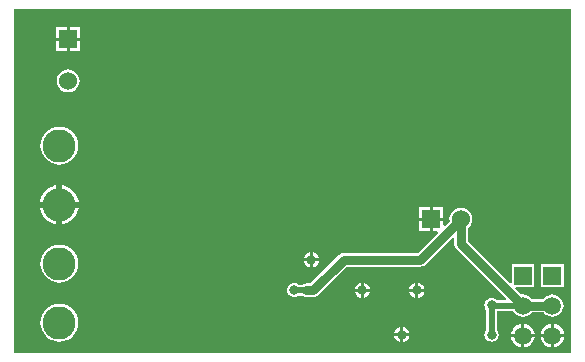
<source format=gbl>
G04*
G04 #@! TF.GenerationSoftware,Altium Limited,Altium Designer,21.8.1 (53)*
G04*
G04 Layer_Physical_Order=2*
G04 Layer_Color=16711680*
%FSLAX44Y44*%
%MOMM*%
G71*
G04*
G04 #@! TF.SameCoordinates,89A26796-2BA6-48C1-BC3F-9F2CA1C84395*
G04*
G04*
G04 #@! TF.FilePolarity,Positive*
G04*
G01*
G75*
%ADD35C,1.5000*%
%ADD45C,0.5000*%
%ADD46R,1.5000X1.5000*%
%ADD47R,1.5240X1.5240*%
%ADD48C,1.5240*%
%ADD49R,1.5240X1.5240*%
%ADD50C,2.8000*%
%ADD51C,0.7500*%
%ADD52C,0.8000*%
%ADD53C,0.7500*%
G36*
X475922Y4078D02*
X4078D01*
Y295922D01*
X475922D01*
Y4078D01*
D02*
G37*
%LPC*%
G36*
X60120Y280120D02*
X51250D01*
Y271250D01*
X60120D01*
Y280120D01*
D02*
G37*
G36*
X48750D02*
X39880D01*
Y271250D01*
X48750D01*
Y280120D01*
D02*
G37*
G36*
X60120Y268750D02*
X51250D01*
Y259880D01*
X60120D01*
Y268750D01*
D02*
G37*
G36*
X48750D02*
X39880D01*
Y259880D01*
X48750D01*
Y268750D01*
D02*
G37*
G36*
X50000Y244703D02*
X47488Y244372D01*
X45148Y243403D01*
X43139Y241861D01*
X41597Y239851D01*
X40627Y237511D01*
X40297Y235000D01*
X40627Y232488D01*
X41597Y230148D01*
X43139Y228139D01*
X45148Y226597D01*
X47488Y225627D01*
X50000Y225297D01*
X52511Y225627D01*
X54851Y226597D01*
X56861Y228139D01*
X58403Y230148D01*
X59372Y232488D01*
X59703Y235000D01*
X59372Y237511D01*
X58403Y239851D01*
X56861Y241861D01*
X54851Y243403D01*
X52511Y244372D01*
X50000Y244703D01*
D02*
G37*
G36*
X42500Y196077D02*
X39364Y195769D01*
X36347Y194854D01*
X33568Y193368D01*
X31132Y191369D01*
X29132Y188932D01*
X27647Y186153D01*
X26732Y183137D01*
X26423Y180000D01*
X26732Y176863D01*
X27647Y173847D01*
X29132Y171068D01*
X31132Y168631D01*
X33568Y166632D01*
X36347Y165146D01*
X39364Y164231D01*
X42500Y163923D01*
X45637Y164231D01*
X48653Y165146D01*
X51432Y166632D01*
X53868Y168631D01*
X55868Y171068D01*
X57354Y173847D01*
X58268Y176863D01*
X58577Y180000D01*
X58268Y183137D01*
X57354Y186153D01*
X55868Y188932D01*
X53868Y191369D01*
X51432Y193368D01*
X48653Y194854D01*
X45637Y195769D01*
X42500Y196077D01*
D02*
G37*
G36*
X45000Y146334D02*
Y132500D01*
X58834D01*
X58761Y133235D01*
X57818Y136345D01*
X56286Y139211D01*
X54224Y141724D01*
X51711Y143786D01*
X48845Y145318D01*
X45735Y146261D01*
X45000Y146334D01*
D02*
G37*
G36*
X40000D02*
X39265Y146261D01*
X36155Y145318D01*
X33289Y143786D01*
X30776Y141724D01*
X28714Y139211D01*
X27182Y136345D01*
X26239Y133235D01*
X26166Y132500D01*
X40000D01*
Y146334D01*
D02*
G37*
G36*
X367620Y127620D02*
X358750D01*
Y118750D01*
X367620D01*
Y127620D01*
D02*
G37*
G36*
X356250D02*
X347380D01*
Y118750D01*
X356250D01*
Y127620D01*
D02*
G37*
G36*
X58834Y127500D02*
X45000D01*
Y113666D01*
X45735Y113739D01*
X48845Y114682D01*
X51711Y116215D01*
X54224Y118276D01*
X56286Y120789D01*
X57818Y123655D01*
X58761Y126765D01*
X58834Y127500D01*
D02*
G37*
G36*
X40000D02*
X26166D01*
X26239Y126765D01*
X27182Y123655D01*
X28714Y120789D01*
X30776Y118276D01*
X33289Y116215D01*
X36155Y114682D01*
X39265Y113739D01*
X40000Y113666D01*
Y127500D01*
D02*
G37*
G36*
X382500Y127203D02*
X379989Y126873D01*
X377649Y125903D01*
X375639Y124361D01*
X374097Y122352D01*
X373128Y120012D01*
X372797Y117500D01*
X372972Y116174D01*
X368775Y111977D01*
X367620Y112455D01*
Y116250D01*
X358750D01*
Y107380D01*
X362545D01*
X363023Y106225D01*
X345832Y89034D01*
X283235D01*
X281734Y88837D01*
X280335Y88257D01*
X279134Y87336D01*
X255098Y63299D01*
X251654D01*
X250153Y63102D01*
X248755Y62523D01*
X248188Y62088D01*
X245376D01*
X244526Y62741D01*
X243066Y63345D01*
X241500Y63552D01*
X239933Y63345D01*
X238474Y62741D01*
X237221Y61779D01*
X236259Y60526D01*
X235654Y59066D01*
X235448Y57500D01*
X235654Y55934D01*
X236259Y54474D01*
X237221Y53221D01*
X238474Y52259D01*
X239933Y51654D01*
X241500Y51448D01*
X243066Y51654D01*
X244526Y52259D01*
X245376Y52912D01*
X248188D01*
X248755Y52477D01*
X250153Y51898D01*
X251654Y51700D01*
X257500D01*
X259001Y51898D01*
X260400Y52477D01*
X261601Y53399D01*
X285637Y77435D01*
X348235D01*
X349736Y77633D01*
X351134Y78212D01*
X352336Y79134D01*
X375546Y102344D01*
X376701Y101866D01*
Y97100D01*
X376898Y95599D01*
X377477Y94200D01*
X378399Y92999D01*
X421055Y50343D01*
X420577Y49188D01*
X412816D01*
X412746Y49279D01*
X411493Y50241D01*
X410033Y50846D01*
X408467Y51052D01*
X406900Y50846D01*
X405441Y50241D01*
X404187Y49279D01*
X403226Y48026D01*
X402621Y46566D01*
X402415Y45000D01*
X402621Y43434D01*
X403226Y41974D01*
X403879Y41123D01*
Y23877D01*
X403226Y23026D01*
X402621Y21566D01*
X402415Y20000D01*
X402621Y18434D01*
X403226Y16974D01*
X404187Y15721D01*
X405441Y14759D01*
X406900Y14154D01*
X408467Y13948D01*
X410033Y14154D01*
X411493Y14759D01*
X412746Y15721D01*
X413708Y16974D01*
X414312Y18434D01*
X414518Y20000D01*
X414312Y21566D01*
X413708Y23026D01*
X413055Y23877D01*
Y40012D01*
X426618D01*
X426702Y39809D01*
X428225Y37825D01*
X430209Y36302D01*
X432520Y35345D01*
X435000Y35018D01*
X437480Y35345D01*
X439791Y36302D01*
X441776Y37825D01*
X442524Y38800D01*
X452476D01*
X453225Y37825D01*
X455209Y36302D01*
X457520Y35345D01*
X460000Y35018D01*
X462480Y35345D01*
X464791Y36302D01*
X466776Y37825D01*
X468298Y39809D01*
X469256Y42120D01*
X469582Y44600D01*
X469256Y47080D01*
X468298Y49391D01*
X466776Y51375D01*
X464791Y52898D01*
X462480Y53856D01*
X460000Y54182D01*
X457520Y53856D01*
X455209Y52898D01*
X453225Y51375D01*
X452476Y50400D01*
X442524D01*
X441776Y51375D01*
X439791Y52898D01*
X437480Y53856D01*
X435000Y54182D01*
X433781Y54021D01*
X428457Y59345D01*
X428935Y60500D01*
X444500D01*
Y79500D01*
X425500D01*
Y63935D01*
X424345Y63457D01*
X388300Y99502D01*
Y109825D01*
X389361Y110639D01*
X390903Y112649D01*
X391872Y114989D01*
X392203Y117500D01*
X391872Y120012D01*
X390903Y122352D01*
X389361Y124361D01*
X387352Y125903D01*
X385011Y126873D01*
X382500Y127203D01*
D02*
G37*
G36*
X356250Y116250D02*
X347380D01*
Y107380D01*
X356250D01*
Y116250D01*
D02*
G37*
G36*
X257250Y89626D02*
Y84485D01*
X262392D01*
X262333Y84932D01*
X261678Y86513D01*
X260636Y87871D01*
X259278Y88912D01*
X257697Y89567D01*
X257250Y89626D01*
D02*
G37*
G36*
X254750D02*
X254303Y89567D01*
X252722Y88912D01*
X251364Y87871D01*
X250322Y86513D01*
X249667Y84932D01*
X249609Y84485D01*
X254750D01*
Y89626D01*
D02*
G37*
G36*
X262392Y81985D02*
X257250D01*
Y76843D01*
X257697Y76902D01*
X259278Y77557D01*
X260636Y78599D01*
X261678Y79957D01*
X262333Y81538D01*
X262392Y81985D01*
D02*
G37*
G36*
X254750D02*
X249609D01*
X249667Y81538D01*
X250322Y79957D01*
X251364Y78599D01*
X252722Y77557D01*
X254303Y76902D01*
X254750Y76843D01*
Y81985D01*
D02*
G37*
G36*
X42500Y96078D02*
X39364Y95769D01*
X36347Y94854D01*
X33568Y93368D01*
X31132Y91369D01*
X29132Y88932D01*
X27647Y86153D01*
X26732Y83137D01*
X26423Y80000D01*
X26732Y76864D01*
X27647Y73848D01*
X29132Y71068D01*
X31132Y68632D01*
X33568Y66632D01*
X36347Y65147D01*
X39364Y64232D01*
X42500Y63923D01*
X45637Y64232D01*
X48653Y65147D01*
X51432Y66632D01*
X53868Y68632D01*
X55868Y71068D01*
X57354Y73848D01*
X58268Y76864D01*
X58577Y80000D01*
X58268Y83137D01*
X57354Y86153D01*
X55868Y88932D01*
X53868Y91369D01*
X51432Y93368D01*
X48653Y94854D01*
X45637Y95769D01*
X42500Y96078D01*
D02*
G37*
G36*
X469500Y79500D02*
X450500D01*
Y60500D01*
X469500D01*
Y79500D01*
D02*
G37*
G36*
X346500Y63891D02*
Y58750D01*
X351642D01*
X351583Y59197D01*
X350928Y60778D01*
X349886Y62136D01*
X348528Y63178D01*
X346947Y63833D01*
X346500Y63891D01*
D02*
G37*
G36*
X344000D02*
X343553Y63833D01*
X341972Y63178D01*
X340614Y62136D01*
X339572Y60778D01*
X338918Y59197D01*
X338859Y58750D01*
X344000D01*
Y63891D01*
D02*
G37*
G36*
X300250D02*
Y58750D01*
X305392D01*
X305333Y59197D01*
X304678Y60778D01*
X303636Y62136D01*
X302278Y63178D01*
X300697Y63833D01*
X300250Y63891D01*
D02*
G37*
G36*
X297750D02*
X297304Y63833D01*
X295722Y63178D01*
X294364Y62136D01*
X293323Y60778D01*
X292668Y59197D01*
X292609Y58750D01*
X297750D01*
Y63891D01*
D02*
G37*
G36*
X351642Y56250D02*
X346500D01*
Y51108D01*
X346947Y51167D01*
X348528Y51822D01*
X349886Y52864D01*
X350928Y54222D01*
X351583Y55803D01*
X351642Y56250D01*
D02*
G37*
G36*
X344000D02*
X338859D01*
X338918Y55803D01*
X339572Y54222D01*
X340614Y52864D01*
X341972Y51822D01*
X343553Y51167D01*
X344000Y51108D01*
Y56250D01*
D02*
G37*
G36*
X305392D02*
X300250D01*
Y51108D01*
X300697Y51167D01*
X302278Y51822D01*
X303636Y52864D01*
X304678Y54222D01*
X305333Y55803D01*
X305392Y56250D01*
D02*
G37*
G36*
X297750D02*
X292609D01*
X292668Y55803D01*
X293323Y54222D01*
X294364Y52864D01*
X295722Y51822D01*
X297304Y51167D01*
X297750Y51108D01*
Y56250D01*
D02*
G37*
G36*
X333750Y26392D02*
Y21250D01*
X338891D01*
X338833Y21697D01*
X338178Y23278D01*
X337136Y24636D01*
X335778Y25678D01*
X334197Y26333D01*
X333750Y26392D01*
D02*
G37*
G36*
X331250D02*
X330803Y26333D01*
X329222Y25678D01*
X327864Y24636D01*
X326822Y23278D01*
X326167Y21697D01*
X326109Y21250D01*
X331250D01*
Y26392D01*
D02*
G37*
G36*
X461250Y29122D02*
Y20450D01*
X469922D01*
X469743Y21811D01*
X468735Y24243D01*
X467132Y26332D01*
X465043Y27935D01*
X462611Y28943D01*
X461250Y29122D01*
D02*
G37*
G36*
X436250D02*
Y20450D01*
X444922D01*
X444743Y21811D01*
X443735Y24243D01*
X442132Y26332D01*
X440043Y27935D01*
X437611Y28943D01*
X436250Y29122D01*
D02*
G37*
G36*
X433750D02*
X432390Y28943D01*
X429957Y27935D01*
X427868Y26332D01*
X426265Y24243D01*
X425258Y21811D01*
X425078Y20450D01*
X433750D01*
Y29122D01*
D02*
G37*
G36*
X458750D02*
X457390Y28943D01*
X454957Y27935D01*
X452868Y26332D01*
X451265Y24243D01*
X450258Y21811D01*
X450078Y20450D01*
X458750D01*
Y29122D01*
D02*
G37*
G36*
X42500Y46077D02*
X39364Y45768D01*
X36347Y44853D01*
X33568Y43368D01*
X31132Y41368D01*
X29132Y38932D01*
X27647Y36152D01*
X26732Y33136D01*
X26423Y30000D01*
X26732Y26863D01*
X27647Y23847D01*
X29132Y21068D01*
X31132Y18631D01*
X33568Y16632D01*
X36347Y15146D01*
X39364Y14231D01*
X42500Y13922D01*
X45637Y14231D01*
X48653Y15146D01*
X51432Y16632D01*
X53868Y18631D01*
X55868Y21068D01*
X57354Y23847D01*
X58268Y26863D01*
X58577Y30000D01*
X58268Y33136D01*
X57354Y36152D01*
X55868Y38932D01*
X53868Y41368D01*
X51432Y43368D01*
X48653Y44853D01*
X45637Y45768D01*
X42500Y46077D01*
D02*
G37*
G36*
X338891Y18750D02*
X333750D01*
Y13609D01*
X334197Y13667D01*
X335778Y14322D01*
X337136Y15364D01*
X338178Y16722D01*
X338833Y18303D01*
X338891Y18750D01*
D02*
G37*
G36*
X331250D02*
X326109D01*
X326167Y18303D01*
X326822Y16722D01*
X327864Y15364D01*
X329222Y14322D01*
X330803Y13667D01*
X331250Y13609D01*
Y18750D01*
D02*
G37*
G36*
X469922Y17950D02*
X461250D01*
Y9278D01*
X462611Y9457D01*
X465043Y10465D01*
X467132Y12068D01*
X468735Y14157D01*
X469743Y16589D01*
X469922Y17950D01*
D02*
G37*
G36*
X444922D02*
X436250D01*
Y9278D01*
X437611Y9457D01*
X440043Y10465D01*
X442132Y12068D01*
X443735Y14157D01*
X444743Y16589D01*
X444922Y17950D01*
D02*
G37*
G36*
X458750D02*
X450078D01*
X450258Y16589D01*
X451265Y14157D01*
X452868Y12068D01*
X454957Y10465D01*
X457390Y9457D01*
X458750Y9278D01*
Y17950D01*
D02*
G37*
G36*
X433750D02*
X425078D01*
X425258Y16589D01*
X426265Y14157D01*
X427868Y12068D01*
X429957Y10465D01*
X432390Y9457D01*
X433750Y9278D01*
Y17950D01*
D02*
G37*
%LPD*%
D35*
X435000Y44600D02*
D03*
Y19200D02*
D03*
X460000D02*
D03*
Y44600D02*
D03*
D45*
X408467Y45000D02*
X408867Y44600D01*
X435000D01*
X408467Y20000D02*
Y45000D01*
X241500Y57500D02*
X251654D01*
D46*
X435000Y70000D02*
D03*
X460000D02*
D03*
D47*
X357500Y117500D02*
D03*
D48*
X382500D02*
D03*
X50000Y235000D02*
D03*
D49*
Y270000D02*
D03*
D50*
X42500Y180000D02*
D03*
Y130000D02*
D03*
Y80000D02*
D03*
Y30000D02*
D03*
D51*
X406900Y56971D02*
D03*
X405000Y145000D02*
D03*
X385000D02*
D03*
X365000D02*
D03*
X345000D02*
D03*
X325000D02*
D03*
X305000D02*
D03*
X285000D02*
D03*
X265000D02*
D03*
X245000D02*
D03*
X225000D02*
D03*
X150000Y275000D02*
D03*
Y235000D02*
D03*
Y255000D02*
D03*
Y215000D02*
D03*
Y192500D02*
D03*
X180000Y275000D02*
D03*
Y235000D02*
D03*
Y255000D02*
D03*
Y215000D02*
D03*
Y192500D02*
D03*
X165000Y16650D02*
D03*
Y29358D02*
D03*
Y42050D02*
D03*
Y54750D02*
D03*
Y78950D02*
D03*
Y91650D02*
D03*
Y104350D02*
D03*
X205000Y145000D02*
D03*
X185000D02*
D03*
X165000D02*
D03*
X145000D02*
D03*
X125000D02*
D03*
X105000D02*
D03*
X165000Y117050D02*
D03*
D52*
X241500Y57500D02*
D03*
X256000Y83235D02*
D03*
X332500Y20000D02*
D03*
X345250Y57500D02*
D03*
X408467Y20000D02*
D03*
Y45000D02*
D03*
X299000Y57500D02*
D03*
D53*
X348235Y83235D02*
X382500Y117500D01*
X283235Y83235D02*
X348235D01*
X382500Y97100D02*
Y117500D01*
Y97100D02*
X435000Y44600D01*
X257500Y57500D02*
X283235Y83235D01*
X251654Y57500D02*
X257500D01*
X435000Y44600D02*
X460000D01*
M02*

</source>
